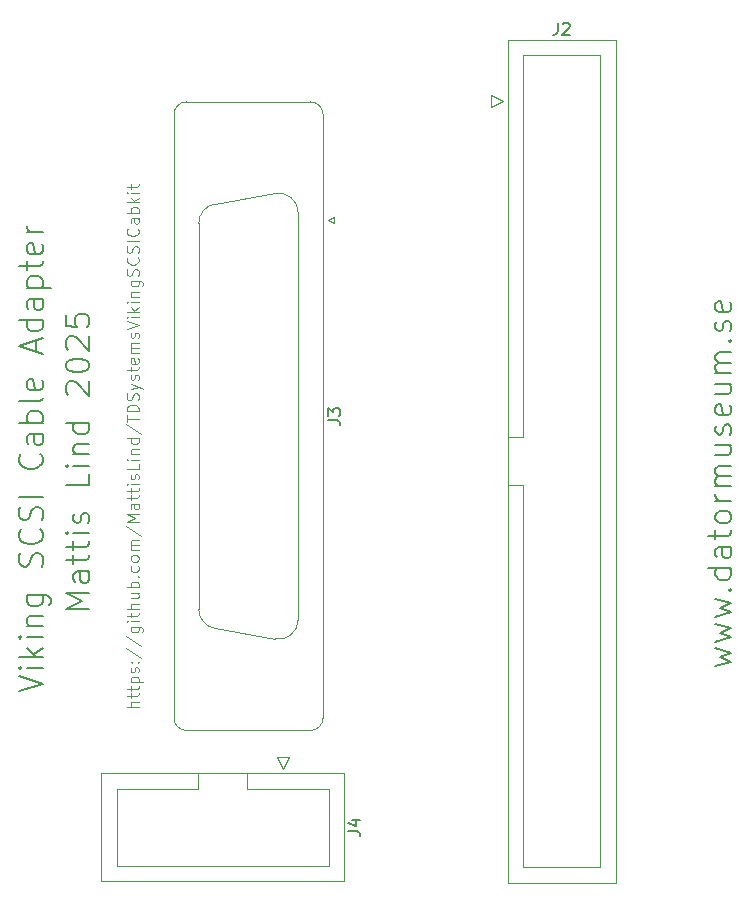
<source format=gbr>
%TF.GenerationSoftware,KiCad,Pcbnew,8.0.8*%
%TF.CreationDate,2025-02-24T20:58:23+01:00*%
%TF.ProjectId,TDSystemsVikingSCSICabkit,54445379-7374-4656-9d73-56696b696e67,rev?*%
%TF.SameCoordinates,Original*%
%TF.FileFunction,Legend,Top*%
%TF.FilePolarity,Positive*%
%FSLAX46Y46*%
G04 Gerber Fmt 4.6, Leading zero omitted, Abs format (unit mm)*
G04 Created by KiCad (PCBNEW 8.0.8) date 2025-02-24 20:58:23*
%MOMM*%
%LPD*%
G01*
G04 APERTURE LIST*
%ADD10C,0.200000*%
%ADD11C,0.100000*%
%ADD12C,0.150000*%
%ADD13C,0.120000*%
G04 APERTURE END LIST*
D10*
X162876504Y-118454707D02*
X164209838Y-118073755D01*
X164209838Y-118073755D02*
X163257457Y-117692802D01*
X163257457Y-117692802D02*
X164209838Y-117311850D01*
X164209838Y-117311850D02*
X162876504Y-116930898D01*
X162876504Y-116359469D02*
X164209838Y-115978517D01*
X164209838Y-115978517D02*
X163257457Y-115597564D01*
X163257457Y-115597564D02*
X164209838Y-115216612D01*
X164209838Y-115216612D02*
X162876504Y-114835660D01*
X162876504Y-114264231D02*
X164209838Y-113883279D01*
X164209838Y-113883279D02*
X163257457Y-113502326D01*
X163257457Y-113502326D02*
X164209838Y-113121374D01*
X164209838Y-113121374D02*
X162876504Y-112740422D01*
X164019361Y-111978517D02*
X164114600Y-111883279D01*
X164114600Y-111883279D02*
X164209838Y-111978517D01*
X164209838Y-111978517D02*
X164114600Y-112073755D01*
X164114600Y-112073755D02*
X164019361Y-111978517D01*
X164019361Y-111978517D02*
X164209838Y-111978517D01*
X164209838Y-110168993D02*
X162209838Y-110168993D01*
X164114600Y-110168993D02*
X164209838Y-110359469D01*
X164209838Y-110359469D02*
X164209838Y-110740422D01*
X164209838Y-110740422D02*
X164114600Y-110930898D01*
X164114600Y-110930898D02*
X164019361Y-111026136D01*
X164019361Y-111026136D02*
X163828885Y-111121374D01*
X163828885Y-111121374D02*
X163257457Y-111121374D01*
X163257457Y-111121374D02*
X163066980Y-111026136D01*
X163066980Y-111026136D02*
X162971742Y-110930898D01*
X162971742Y-110930898D02*
X162876504Y-110740422D01*
X162876504Y-110740422D02*
X162876504Y-110359469D01*
X162876504Y-110359469D02*
X162971742Y-110168993D01*
X164209838Y-108359469D02*
X163162219Y-108359469D01*
X163162219Y-108359469D02*
X162971742Y-108454707D01*
X162971742Y-108454707D02*
X162876504Y-108645183D01*
X162876504Y-108645183D02*
X162876504Y-109026136D01*
X162876504Y-109026136D02*
X162971742Y-109216612D01*
X164114600Y-108359469D02*
X164209838Y-108549945D01*
X164209838Y-108549945D02*
X164209838Y-109026136D01*
X164209838Y-109026136D02*
X164114600Y-109216612D01*
X164114600Y-109216612D02*
X163924123Y-109311850D01*
X163924123Y-109311850D02*
X163733647Y-109311850D01*
X163733647Y-109311850D02*
X163543171Y-109216612D01*
X163543171Y-109216612D02*
X163447933Y-109026136D01*
X163447933Y-109026136D02*
X163447933Y-108549945D01*
X163447933Y-108549945D02*
X163352695Y-108359469D01*
X162876504Y-107692802D02*
X162876504Y-106930898D01*
X162209838Y-107407088D02*
X163924123Y-107407088D01*
X163924123Y-107407088D02*
X164114600Y-107311850D01*
X164114600Y-107311850D02*
X164209838Y-107121374D01*
X164209838Y-107121374D02*
X164209838Y-106930898D01*
X164209838Y-105978517D02*
X164114600Y-106168993D01*
X164114600Y-106168993D02*
X164019361Y-106264231D01*
X164019361Y-106264231D02*
X163828885Y-106359469D01*
X163828885Y-106359469D02*
X163257457Y-106359469D01*
X163257457Y-106359469D02*
X163066980Y-106264231D01*
X163066980Y-106264231D02*
X162971742Y-106168993D01*
X162971742Y-106168993D02*
X162876504Y-105978517D01*
X162876504Y-105978517D02*
X162876504Y-105692802D01*
X162876504Y-105692802D02*
X162971742Y-105502326D01*
X162971742Y-105502326D02*
X163066980Y-105407088D01*
X163066980Y-105407088D02*
X163257457Y-105311850D01*
X163257457Y-105311850D02*
X163828885Y-105311850D01*
X163828885Y-105311850D02*
X164019361Y-105407088D01*
X164019361Y-105407088D02*
X164114600Y-105502326D01*
X164114600Y-105502326D02*
X164209838Y-105692802D01*
X164209838Y-105692802D02*
X164209838Y-105978517D01*
X164209838Y-104454707D02*
X162876504Y-104454707D01*
X163257457Y-104454707D02*
X163066980Y-104359469D01*
X163066980Y-104359469D02*
X162971742Y-104264231D01*
X162971742Y-104264231D02*
X162876504Y-104073755D01*
X162876504Y-104073755D02*
X162876504Y-103883278D01*
X164209838Y-103216612D02*
X162876504Y-103216612D01*
X163066980Y-103216612D02*
X162971742Y-103121374D01*
X162971742Y-103121374D02*
X162876504Y-102930898D01*
X162876504Y-102930898D02*
X162876504Y-102645183D01*
X162876504Y-102645183D02*
X162971742Y-102454707D01*
X162971742Y-102454707D02*
X163162219Y-102359469D01*
X163162219Y-102359469D02*
X164209838Y-102359469D01*
X163162219Y-102359469D02*
X162971742Y-102264231D01*
X162971742Y-102264231D02*
X162876504Y-102073755D01*
X162876504Y-102073755D02*
X162876504Y-101788041D01*
X162876504Y-101788041D02*
X162971742Y-101597564D01*
X162971742Y-101597564D02*
X163162219Y-101502326D01*
X163162219Y-101502326D02*
X164209838Y-101502326D01*
X162876504Y-99692802D02*
X164209838Y-99692802D01*
X162876504Y-100549945D02*
X163924123Y-100549945D01*
X163924123Y-100549945D02*
X164114600Y-100454707D01*
X164114600Y-100454707D02*
X164209838Y-100264231D01*
X164209838Y-100264231D02*
X164209838Y-99978516D01*
X164209838Y-99978516D02*
X164114600Y-99788040D01*
X164114600Y-99788040D02*
X164019361Y-99692802D01*
X164114600Y-98835659D02*
X164209838Y-98645183D01*
X164209838Y-98645183D02*
X164209838Y-98264231D01*
X164209838Y-98264231D02*
X164114600Y-98073754D01*
X164114600Y-98073754D02*
X163924123Y-97978516D01*
X163924123Y-97978516D02*
X163828885Y-97978516D01*
X163828885Y-97978516D02*
X163638409Y-98073754D01*
X163638409Y-98073754D02*
X163543171Y-98264231D01*
X163543171Y-98264231D02*
X163543171Y-98549945D01*
X163543171Y-98549945D02*
X163447933Y-98740421D01*
X163447933Y-98740421D02*
X163257457Y-98835659D01*
X163257457Y-98835659D02*
X163162219Y-98835659D01*
X163162219Y-98835659D02*
X162971742Y-98740421D01*
X162971742Y-98740421D02*
X162876504Y-98549945D01*
X162876504Y-98549945D02*
X162876504Y-98264231D01*
X162876504Y-98264231D02*
X162971742Y-98073754D01*
X164114600Y-96359468D02*
X164209838Y-96549944D01*
X164209838Y-96549944D02*
X164209838Y-96930897D01*
X164209838Y-96930897D02*
X164114600Y-97121373D01*
X164114600Y-97121373D02*
X163924123Y-97216611D01*
X163924123Y-97216611D02*
X163162219Y-97216611D01*
X163162219Y-97216611D02*
X162971742Y-97121373D01*
X162971742Y-97121373D02*
X162876504Y-96930897D01*
X162876504Y-96930897D02*
X162876504Y-96549944D01*
X162876504Y-96549944D02*
X162971742Y-96359468D01*
X162971742Y-96359468D02*
X163162219Y-96264230D01*
X163162219Y-96264230D02*
X163352695Y-96264230D01*
X163352695Y-96264230D02*
X163543171Y-97216611D01*
X162876504Y-94549944D02*
X164209838Y-94549944D01*
X162876504Y-95407087D02*
X163924123Y-95407087D01*
X163924123Y-95407087D02*
X164114600Y-95311849D01*
X164114600Y-95311849D02*
X164209838Y-95121373D01*
X164209838Y-95121373D02*
X164209838Y-94835658D01*
X164209838Y-94835658D02*
X164114600Y-94645182D01*
X164114600Y-94645182D02*
X164019361Y-94549944D01*
X164209838Y-93597563D02*
X162876504Y-93597563D01*
X163066980Y-93597563D02*
X162971742Y-93502325D01*
X162971742Y-93502325D02*
X162876504Y-93311849D01*
X162876504Y-93311849D02*
X162876504Y-93026134D01*
X162876504Y-93026134D02*
X162971742Y-92835658D01*
X162971742Y-92835658D02*
X163162219Y-92740420D01*
X163162219Y-92740420D02*
X164209838Y-92740420D01*
X163162219Y-92740420D02*
X162971742Y-92645182D01*
X162971742Y-92645182D02*
X162876504Y-92454706D01*
X162876504Y-92454706D02*
X162876504Y-92168992D01*
X162876504Y-92168992D02*
X162971742Y-91978515D01*
X162971742Y-91978515D02*
X163162219Y-91883277D01*
X163162219Y-91883277D02*
X164209838Y-91883277D01*
X164019361Y-90930896D02*
X164114600Y-90835658D01*
X164114600Y-90835658D02*
X164209838Y-90930896D01*
X164209838Y-90930896D02*
X164114600Y-91026134D01*
X164114600Y-91026134D02*
X164019361Y-90930896D01*
X164019361Y-90930896D02*
X164209838Y-90930896D01*
X164114600Y-90073753D02*
X164209838Y-89883277D01*
X164209838Y-89883277D02*
X164209838Y-89502325D01*
X164209838Y-89502325D02*
X164114600Y-89311848D01*
X164114600Y-89311848D02*
X163924123Y-89216610D01*
X163924123Y-89216610D02*
X163828885Y-89216610D01*
X163828885Y-89216610D02*
X163638409Y-89311848D01*
X163638409Y-89311848D02*
X163543171Y-89502325D01*
X163543171Y-89502325D02*
X163543171Y-89788039D01*
X163543171Y-89788039D02*
X163447933Y-89978515D01*
X163447933Y-89978515D02*
X163257457Y-90073753D01*
X163257457Y-90073753D02*
X163162219Y-90073753D01*
X163162219Y-90073753D02*
X162971742Y-89978515D01*
X162971742Y-89978515D02*
X162876504Y-89788039D01*
X162876504Y-89788039D02*
X162876504Y-89502325D01*
X162876504Y-89502325D02*
X162971742Y-89311848D01*
X164114600Y-87597562D02*
X164209838Y-87788038D01*
X164209838Y-87788038D02*
X164209838Y-88168991D01*
X164209838Y-88168991D02*
X164114600Y-88359467D01*
X164114600Y-88359467D02*
X163924123Y-88454705D01*
X163924123Y-88454705D02*
X163162219Y-88454705D01*
X163162219Y-88454705D02*
X162971742Y-88359467D01*
X162971742Y-88359467D02*
X162876504Y-88168991D01*
X162876504Y-88168991D02*
X162876504Y-87788038D01*
X162876504Y-87788038D02*
X162971742Y-87597562D01*
X162971742Y-87597562D02*
X163162219Y-87502324D01*
X163162219Y-87502324D02*
X163352695Y-87502324D01*
X163352695Y-87502324D02*
X163543171Y-88454705D01*
D11*
X114045419Y-121870115D02*
X113045419Y-121870115D01*
X114045419Y-121441544D02*
X113521609Y-121441544D01*
X113521609Y-121441544D02*
X113426371Y-121489163D01*
X113426371Y-121489163D02*
X113378752Y-121584401D01*
X113378752Y-121584401D02*
X113378752Y-121727258D01*
X113378752Y-121727258D02*
X113426371Y-121822496D01*
X113426371Y-121822496D02*
X113473990Y-121870115D01*
X113378752Y-121108210D02*
X113378752Y-120727258D01*
X113045419Y-120965353D02*
X113902561Y-120965353D01*
X113902561Y-120965353D02*
X113997800Y-120917734D01*
X113997800Y-120917734D02*
X114045419Y-120822496D01*
X114045419Y-120822496D02*
X114045419Y-120727258D01*
X113378752Y-120536781D02*
X113378752Y-120155829D01*
X113045419Y-120393924D02*
X113902561Y-120393924D01*
X113902561Y-120393924D02*
X113997800Y-120346305D01*
X113997800Y-120346305D02*
X114045419Y-120251067D01*
X114045419Y-120251067D02*
X114045419Y-120155829D01*
X113378752Y-119822495D02*
X114378752Y-119822495D01*
X113426371Y-119822495D02*
X113378752Y-119727257D01*
X113378752Y-119727257D02*
X113378752Y-119536781D01*
X113378752Y-119536781D02*
X113426371Y-119441543D01*
X113426371Y-119441543D02*
X113473990Y-119393924D01*
X113473990Y-119393924D02*
X113569228Y-119346305D01*
X113569228Y-119346305D02*
X113854942Y-119346305D01*
X113854942Y-119346305D02*
X113950180Y-119393924D01*
X113950180Y-119393924D02*
X113997800Y-119441543D01*
X113997800Y-119441543D02*
X114045419Y-119536781D01*
X114045419Y-119536781D02*
X114045419Y-119727257D01*
X114045419Y-119727257D02*
X113997800Y-119822495D01*
X113997800Y-118965352D02*
X114045419Y-118870114D01*
X114045419Y-118870114D02*
X114045419Y-118679638D01*
X114045419Y-118679638D02*
X113997800Y-118584400D01*
X113997800Y-118584400D02*
X113902561Y-118536781D01*
X113902561Y-118536781D02*
X113854942Y-118536781D01*
X113854942Y-118536781D02*
X113759704Y-118584400D01*
X113759704Y-118584400D02*
X113712085Y-118679638D01*
X113712085Y-118679638D02*
X113712085Y-118822495D01*
X113712085Y-118822495D02*
X113664466Y-118917733D01*
X113664466Y-118917733D02*
X113569228Y-118965352D01*
X113569228Y-118965352D02*
X113521609Y-118965352D01*
X113521609Y-118965352D02*
X113426371Y-118917733D01*
X113426371Y-118917733D02*
X113378752Y-118822495D01*
X113378752Y-118822495D02*
X113378752Y-118679638D01*
X113378752Y-118679638D02*
X113426371Y-118584400D01*
X113950180Y-118108209D02*
X113997800Y-118060590D01*
X113997800Y-118060590D02*
X114045419Y-118108209D01*
X114045419Y-118108209D02*
X113997800Y-118155828D01*
X113997800Y-118155828D02*
X113950180Y-118108209D01*
X113950180Y-118108209D02*
X114045419Y-118108209D01*
X113426371Y-118108209D02*
X113473990Y-118060590D01*
X113473990Y-118060590D02*
X113521609Y-118108209D01*
X113521609Y-118108209D02*
X113473990Y-118155828D01*
X113473990Y-118155828D02*
X113426371Y-118108209D01*
X113426371Y-118108209D02*
X113521609Y-118108209D01*
X112997800Y-116917734D02*
X114283514Y-117774876D01*
X112997800Y-115870115D02*
X114283514Y-116727257D01*
X113378752Y-115108210D02*
X114188276Y-115108210D01*
X114188276Y-115108210D02*
X114283514Y-115155829D01*
X114283514Y-115155829D02*
X114331133Y-115203448D01*
X114331133Y-115203448D02*
X114378752Y-115298686D01*
X114378752Y-115298686D02*
X114378752Y-115441543D01*
X114378752Y-115441543D02*
X114331133Y-115536781D01*
X113997800Y-115108210D02*
X114045419Y-115203448D01*
X114045419Y-115203448D02*
X114045419Y-115393924D01*
X114045419Y-115393924D02*
X113997800Y-115489162D01*
X113997800Y-115489162D02*
X113950180Y-115536781D01*
X113950180Y-115536781D02*
X113854942Y-115584400D01*
X113854942Y-115584400D02*
X113569228Y-115584400D01*
X113569228Y-115584400D02*
X113473990Y-115536781D01*
X113473990Y-115536781D02*
X113426371Y-115489162D01*
X113426371Y-115489162D02*
X113378752Y-115393924D01*
X113378752Y-115393924D02*
X113378752Y-115203448D01*
X113378752Y-115203448D02*
X113426371Y-115108210D01*
X114045419Y-114632019D02*
X113378752Y-114632019D01*
X113045419Y-114632019D02*
X113093038Y-114679638D01*
X113093038Y-114679638D02*
X113140657Y-114632019D01*
X113140657Y-114632019D02*
X113093038Y-114584400D01*
X113093038Y-114584400D02*
X113045419Y-114632019D01*
X113045419Y-114632019D02*
X113140657Y-114632019D01*
X113378752Y-114298686D02*
X113378752Y-113917734D01*
X113045419Y-114155829D02*
X113902561Y-114155829D01*
X113902561Y-114155829D02*
X113997800Y-114108210D01*
X113997800Y-114108210D02*
X114045419Y-114012972D01*
X114045419Y-114012972D02*
X114045419Y-113917734D01*
X114045419Y-113584400D02*
X113045419Y-113584400D01*
X114045419Y-113155829D02*
X113521609Y-113155829D01*
X113521609Y-113155829D02*
X113426371Y-113203448D01*
X113426371Y-113203448D02*
X113378752Y-113298686D01*
X113378752Y-113298686D02*
X113378752Y-113441543D01*
X113378752Y-113441543D02*
X113426371Y-113536781D01*
X113426371Y-113536781D02*
X113473990Y-113584400D01*
X113378752Y-112251067D02*
X114045419Y-112251067D01*
X113378752Y-112679638D02*
X113902561Y-112679638D01*
X113902561Y-112679638D02*
X113997800Y-112632019D01*
X113997800Y-112632019D02*
X114045419Y-112536781D01*
X114045419Y-112536781D02*
X114045419Y-112393924D01*
X114045419Y-112393924D02*
X113997800Y-112298686D01*
X113997800Y-112298686D02*
X113950180Y-112251067D01*
X114045419Y-111774876D02*
X113045419Y-111774876D01*
X113426371Y-111774876D02*
X113378752Y-111679638D01*
X113378752Y-111679638D02*
X113378752Y-111489162D01*
X113378752Y-111489162D02*
X113426371Y-111393924D01*
X113426371Y-111393924D02*
X113473990Y-111346305D01*
X113473990Y-111346305D02*
X113569228Y-111298686D01*
X113569228Y-111298686D02*
X113854942Y-111298686D01*
X113854942Y-111298686D02*
X113950180Y-111346305D01*
X113950180Y-111346305D02*
X113997800Y-111393924D01*
X113997800Y-111393924D02*
X114045419Y-111489162D01*
X114045419Y-111489162D02*
X114045419Y-111679638D01*
X114045419Y-111679638D02*
X113997800Y-111774876D01*
X113950180Y-110870114D02*
X113997800Y-110822495D01*
X113997800Y-110822495D02*
X114045419Y-110870114D01*
X114045419Y-110870114D02*
X113997800Y-110917733D01*
X113997800Y-110917733D02*
X113950180Y-110870114D01*
X113950180Y-110870114D02*
X114045419Y-110870114D01*
X113997800Y-109965353D02*
X114045419Y-110060591D01*
X114045419Y-110060591D02*
X114045419Y-110251067D01*
X114045419Y-110251067D02*
X113997800Y-110346305D01*
X113997800Y-110346305D02*
X113950180Y-110393924D01*
X113950180Y-110393924D02*
X113854942Y-110441543D01*
X113854942Y-110441543D02*
X113569228Y-110441543D01*
X113569228Y-110441543D02*
X113473990Y-110393924D01*
X113473990Y-110393924D02*
X113426371Y-110346305D01*
X113426371Y-110346305D02*
X113378752Y-110251067D01*
X113378752Y-110251067D02*
X113378752Y-110060591D01*
X113378752Y-110060591D02*
X113426371Y-109965353D01*
X114045419Y-109393924D02*
X113997800Y-109489162D01*
X113997800Y-109489162D02*
X113950180Y-109536781D01*
X113950180Y-109536781D02*
X113854942Y-109584400D01*
X113854942Y-109584400D02*
X113569228Y-109584400D01*
X113569228Y-109584400D02*
X113473990Y-109536781D01*
X113473990Y-109536781D02*
X113426371Y-109489162D01*
X113426371Y-109489162D02*
X113378752Y-109393924D01*
X113378752Y-109393924D02*
X113378752Y-109251067D01*
X113378752Y-109251067D02*
X113426371Y-109155829D01*
X113426371Y-109155829D02*
X113473990Y-109108210D01*
X113473990Y-109108210D02*
X113569228Y-109060591D01*
X113569228Y-109060591D02*
X113854942Y-109060591D01*
X113854942Y-109060591D02*
X113950180Y-109108210D01*
X113950180Y-109108210D02*
X113997800Y-109155829D01*
X113997800Y-109155829D02*
X114045419Y-109251067D01*
X114045419Y-109251067D02*
X114045419Y-109393924D01*
X114045419Y-108632019D02*
X113378752Y-108632019D01*
X113473990Y-108632019D02*
X113426371Y-108584400D01*
X113426371Y-108584400D02*
X113378752Y-108489162D01*
X113378752Y-108489162D02*
X113378752Y-108346305D01*
X113378752Y-108346305D02*
X113426371Y-108251067D01*
X113426371Y-108251067D02*
X113521609Y-108203448D01*
X113521609Y-108203448D02*
X114045419Y-108203448D01*
X113521609Y-108203448D02*
X113426371Y-108155829D01*
X113426371Y-108155829D02*
X113378752Y-108060591D01*
X113378752Y-108060591D02*
X113378752Y-107917734D01*
X113378752Y-107917734D02*
X113426371Y-107822495D01*
X113426371Y-107822495D02*
X113521609Y-107774876D01*
X113521609Y-107774876D02*
X114045419Y-107774876D01*
X112997800Y-106584401D02*
X114283514Y-107441543D01*
X114045419Y-106251067D02*
X113045419Y-106251067D01*
X113045419Y-106251067D02*
X113759704Y-105917734D01*
X113759704Y-105917734D02*
X113045419Y-105584401D01*
X113045419Y-105584401D02*
X114045419Y-105584401D01*
X114045419Y-104679639D02*
X113521609Y-104679639D01*
X113521609Y-104679639D02*
X113426371Y-104727258D01*
X113426371Y-104727258D02*
X113378752Y-104822496D01*
X113378752Y-104822496D02*
X113378752Y-105012972D01*
X113378752Y-105012972D02*
X113426371Y-105108210D01*
X113997800Y-104679639D02*
X114045419Y-104774877D01*
X114045419Y-104774877D02*
X114045419Y-105012972D01*
X114045419Y-105012972D02*
X113997800Y-105108210D01*
X113997800Y-105108210D02*
X113902561Y-105155829D01*
X113902561Y-105155829D02*
X113807323Y-105155829D01*
X113807323Y-105155829D02*
X113712085Y-105108210D01*
X113712085Y-105108210D02*
X113664466Y-105012972D01*
X113664466Y-105012972D02*
X113664466Y-104774877D01*
X113664466Y-104774877D02*
X113616847Y-104679639D01*
X113378752Y-104346305D02*
X113378752Y-103965353D01*
X113045419Y-104203448D02*
X113902561Y-104203448D01*
X113902561Y-104203448D02*
X113997800Y-104155829D01*
X113997800Y-104155829D02*
X114045419Y-104060591D01*
X114045419Y-104060591D02*
X114045419Y-103965353D01*
X113378752Y-103774876D02*
X113378752Y-103393924D01*
X113045419Y-103632019D02*
X113902561Y-103632019D01*
X113902561Y-103632019D02*
X113997800Y-103584400D01*
X113997800Y-103584400D02*
X114045419Y-103489162D01*
X114045419Y-103489162D02*
X114045419Y-103393924D01*
X114045419Y-103060590D02*
X113378752Y-103060590D01*
X113045419Y-103060590D02*
X113093038Y-103108209D01*
X113093038Y-103108209D02*
X113140657Y-103060590D01*
X113140657Y-103060590D02*
X113093038Y-103012971D01*
X113093038Y-103012971D02*
X113045419Y-103060590D01*
X113045419Y-103060590D02*
X113140657Y-103060590D01*
X113997800Y-102632019D02*
X114045419Y-102536781D01*
X114045419Y-102536781D02*
X114045419Y-102346305D01*
X114045419Y-102346305D02*
X113997800Y-102251067D01*
X113997800Y-102251067D02*
X113902561Y-102203448D01*
X113902561Y-102203448D02*
X113854942Y-102203448D01*
X113854942Y-102203448D02*
X113759704Y-102251067D01*
X113759704Y-102251067D02*
X113712085Y-102346305D01*
X113712085Y-102346305D02*
X113712085Y-102489162D01*
X113712085Y-102489162D02*
X113664466Y-102584400D01*
X113664466Y-102584400D02*
X113569228Y-102632019D01*
X113569228Y-102632019D02*
X113521609Y-102632019D01*
X113521609Y-102632019D02*
X113426371Y-102584400D01*
X113426371Y-102584400D02*
X113378752Y-102489162D01*
X113378752Y-102489162D02*
X113378752Y-102346305D01*
X113378752Y-102346305D02*
X113426371Y-102251067D01*
X114045419Y-101298686D02*
X114045419Y-101774876D01*
X114045419Y-101774876D02*
X113045419Y-101774876D01*
X114045419Y-100965352D02*
X113378752Y-100965352D01*
X113045419Y-100965352D02*
X113093038Y-101012971D01*
X113093038Y-101012971D02*
X113140657Y-100965352D01*
X113140657Y-100965352D02*
X113093038Y-100917733D01*
X113093038Y-100917733D02*
X113045419Y-100965352D01*
X113045419Y-100965352D02*
X113140657Y-100965352D01*
X113378752Y-100489162D02*
X114045419Y-100489162D01*
X113473990Y-100489162D02*
X113426371Y-100441543D01*
X113426371Y-100441543D02*
X113378752Y-100346305D01*
X113378752Y-100346305D02*
X113378752Y-100203448D01*
X113378752Y-100203448D02*
X113426371Y-100108210D01*
X113426371Y-100108210D02*
X113521609Y-100060591D01*
X113521609Y-100060591D02*
X114045419Y-100060591D01*
X114045419Y-99155829D02*
X113045419Y-99155829D01*
X113997800Y-99155829D02*
X114045419Y-99251067D01*
X114045419Y-99251067D02*
X114045419Y-99441543D01*
X114045419Y-99441543D02*
X113997800Y-99536781D01*
X113997800Y-99536781D02*
X113950180Y-99584400D01*
X113950180Y-99584400D02*
X113854942Y-99632019D01*
X113854942Y-99632019D02*
X113569228Y-99632019D01*
X113569228Y-99632019D02*
X113473990Y-99584400D01*
X113473990Y-99584400D02*
X113426371Y-99536781D01*
X113426371Y-99536781D02*
X113378752Y-99441543D01*
X113378752Y-99441543D02*
X113378752Y-99251067D01*
X113378752Y-99251067D02*
X113426371Y-99155829D01*
X112997800Y-97965353D02*
X114283514Y-98822495D01*
X113045419Y-97774876D02*
X113045419Y-97203448D01*
X114045419Y-97489162D02*
X113045419Y-97489162D01*
X114045419Y-96870114D02*
X113045419Y-96870114D01*
X113045419Y-96870114D02*
X113045419Y-96632019D01*
X113045419Y-96632019D02*
X113093038Y-96489162D01*
X113093038Y-96489162D02*
X113188276Y-96393924D01*
X113188276Y-96393924D02*
X113283514Y-96346305D01*
X113283514Y-96346305D02*
X113473990Y-96298686D01*
X113473990Y-96298686D02*
X113616847Y-96298686D01*
X113616847Y-96298686D02*
X113807323Y-96346305D01*
X113807323Y-96346305D02*
X113902561Y-96393924D01*
X113902561Y-96393924D02*
X113997800Y-96489162D01*
X113997800Y-96489162D02*
X114045419Y-96632019D01*
X114045419Y-96632019D02*
X114045419Y-96870114D01*
X113997800Y-95917733D02*
X114045419Y-95774876D01*
X114045419Y-95774876D02*
X114045419Y-95536781D01*
X114045419Y-95536781D02*
X113997800Y-95441543D01*
X113997800Y-95441543D02*
X113950180Y-95393924D01*
X113950180Y-95393924D02*
X113854942Y-95346305D01*
X113854942Y-95346305D02*
X113759704Y-95346305D01*
X113759704Y-95346305D02*
X113664466Y-95393924D01*
X113664466Y-95393924D02*
X113616847Y-95441543D01*
X113616847Y-95441543D02*
X113569228Y-95536781D01*
X113569228Y-95536781D02*
X113521609Y-95727257D01*
X113521609Y-95727257D02*
X113473990Y-95822495D01*
X113473990Y-95822495D02*
X113426371Y-95870114D01*
X113426371Y-95870114D02*
X113331133Y-95917733D01*
X113331133Y-95917733D02*
X113235895Y-95917733D01*
X113235895Y-95917733D02*
X113140657Y-95870114D01*
X113140657Y-95870114D02*
X113093038Y-95822495D01*
X113093038Y-95822495D02*
X113045419Y-95727257D01*
X113045419Y-95727257D02*
X113045419Y-95489162D01*
X113045419Y-95489162D02*
X113093038Y-95346305D01*
X113378752Y-95012971D02*
X114045419Y-94774876D01*
X113378752Y-94536781D02*
X114045419Y-94774876D01*
X114045419Y-94774876D02*
X114283514Y-94870114D01*
X114283514Y-94870114D02*
X114331133Y-94917733D01*
X114331133Y-94917733D02*
X114378752Y-95012971D01*
X113997800Y-94203447D02*
X114045419Y-94108209D01*
X114045419Y-94108209D02*
X114045419Y-93917733D01*
X114045419Y-93917733D02*
X113997800Y-93822495D01*
X113997800Y-93822495D02*
X113902561Y-93774876D01*
X113902561Y-93774876D02*
X113854942Y-93774876D01*
X113854942Y-93774876D02*
X113759704Y-93822495D01*
X113759704Y-93822495D02*
X113712085Y-93917733D01*
X113712085Y-93917733D02*
X113712085Y-94060590D01*
X113712085Y-94060590D02*
X113664466Y-94155828D01*
X113664466Y-94155828D02*
X113569228Y-94203447D01*
X113569228Y-94203447D02*
X113521609Y-94203447D01*
X113521609Y-94203447D02*
X113426371Y-94155828D01*
X113426371Y-94155828D02*
X113378752Y-94060590D01*
X113378752Y-94060590D02*
X113378752Y-93917733D01*
X113378752Y-93917733D02*
X113426371Y-93822495D01*
X113378752Y-93489161D02*
X113378752Y-93108209D01*
X113045419Y-93346304D02*
X113902561Y-93346304D01*
X113902561Y-93346304D02*
X113997800Y-93298685D01*
X113997800Y-93298685D02*
X114045419Y-93203447D01*
X114045419Y-93203447D02*
X114045419Y-93108209D01*
X113997800Y-92393923D02*
X114045419Y-92489161D01*
X114045419Y-92489161D02*
X114045419Y-92679637D01*
X114045419Y-92679637D02*
X113997800Y-92774875D01*
X113997800Y-92774875D02*
X113902561Y-92822494D01*
X113902561Y-92822494D02*
X113521609Y-92822494D01*
X113521609Y-92822494D02*
X113426371Y-92774875D01*
X113426371Y-92774875D02*
X113378752Y-92679637D01*
X113378752Y-92679637D02*
X113378752Y-92489161D01*
X113378752Y-92489161D02*
X113426371Y-92393923D01*
X113426371Y-92393923D02*
X113521609Y-92346304D01*
X113521609Y-92346304D02*
X113616847Y-92346304D01*
X113616847Y-92346304D02*
X113712085Y-92822494D01*
X114045419Y-91917732D02*
X113378752Y-91917732D01*
X113473990Y-91917732D02*
X113426371Y-91870113D01*
X113426371Y-91870113D02*
X113378752Y-91774875D01*
X113378752Y-91774875D02*
X113378752Y-91632018D01*
X113378752Y-91632018D02*
X113426371Y-91536780D01*
X113426371Y-91536780D02*
X113521609Y-91489161D01*
X113521609Y-91489161D02*
X114045419Y-91489161D01*
X113521609Y-91489161D02*
X113426371Y-91441542D01*
X113426371Y-91441542D02*
X113378752Y-91346304D01*
X113378752Y-91346304D02*
X113378752Y-91203447D01*
X113378752Y-91203447D02*
X113426371Y-91108208D01*
X113426371Y-91108208D02*
X113521609Y-91060589D01*
X113521609Y-91060589D02*
X114045419Y-91060589D01*
X113997800Y-90632018D02*
X114045419Y-90536780D01*
X114045419Y-90536780D02*
X114045419Y-90346304D01*
X114045419Y-90346304D02*
X113997800Y-90251066D01*
X113997800Y-90251066D02*
X113902561Y-90203447D01*
X113902561Y-90203447D02*
X113854942Y-90203447D01*
X113854942Y-90203447D02*
X113759704Y-90251066D01*
X113759704Y-90251066D02*
X113712085Y-90346304D01*
X113712085Y-90346304D02*
X113712085Y-90489161D01*
X113712085Y-90489161D02*
X113664466Y-90584399D01*
X113664466Y-90584399D02*
X113569228Y-90632018D01*
X113569228Y-90632018D02*
X113521609Y-90632018D01*
X113521609Y-90632018D02*
X113426371Y-90584399D01*
X113426371Y-90584399D02*
X113378752Y-90489161D01*
X113378752Y-90489161D02*
X113378752Y-90346304D01*
X113378752Y-90346304D02*
X113426371Y-90251066D01*
X113045419Y-89917732D02*
X114045419Y-89584399D01*
X114045419Y-89584399D02*
X113045419Y-89251066D01*
X114045419Y-88917732D02*
X113378752Y-88917732D01*
X113045419Y-88917732D02*
X113093038Y-88965351D01*
X113093038Y-88965351D02*
X113140657Y-88917732D01*
X113140657Y-88917732D02*
X113093038Y-88870113D01*
X113093038Y-88870113D02*
X113045419Y-88917732D01*
X113045419Y-88917732D02*
X113140657Y-88917732D01*
X114045419Y-88441542D02*
X113045419Y-88441542D01*
X113664466Y-88346304D02*
X114045419Y-88060590D01*
X113378752Y-88060590D02*
X113759704Y-88441542D01*
X114045419Y-87632018D02*
X113378752Y-87632018D01*
X113045419Y-87632018D02*
X113093038Y-87679637D01*
X113093038Y-87679637D02*
X113140657Y-87632018D01*
X113140657Y-87632018D02*
X113093038Y-87584399D01*
X113093038Y-87584399D02*
X113045419Y-87632018D01*
X113045419Y-87632018D02*
X113140657Y-87632018D01*
X113378752Y-87155828D02*
X114045419Y-87155828D01*
X113473990Y-87155828D02*
X113426371Y-87108209D01*
X113426371Y-87108209D02*
X113378752Y-87012971D01*
X113378752Y-87012971D02*
X113378752Y-86870114D01*
X113378752Y-86870114D02*
X113426371Y-86774876D01*
X113426371Y-86774876D02*
X113521609Y-86727257D01*
X113521609Y-86727257D02*
X114045419Y-86727257D01*
X113378752Y-85822495D02*
X114188276Y-85822495D01*
X114188276Y-85822495D02*
X114283514Y-85870114D01*
X114283514Y-85870114D02*
X114331133Y-85917733D01*
X114331133Y-85917733D02*
X114378752Y-86012971D01*
X114378752Y-86012971D02*
X114378752Y-86155828D01*
X114378752Y-86155828D02*
X114331133Y-86251066D01*
X113997800Y-85822495D02*
X114045419Y-85917733D01*
X114045419Y-85917733D02*
X114045419Y-86108209D01*
X114045419Y-86108209D02*
X113997800Y-86203447D01*
X113997800Y-86203447D02*
X113950180Y-86251066D01*
X113950180Y-86251066D02*
X113854942Y-86298685D01*
X113854942Y-86298685D02*
X113569228Y-86298685D01*
X113569228Y-86298685D02*
X113473990Y-86251066D01*
X113473990Y-86251066D02*
X113426371Y-86203447D01*
X113426371Y-86203447D02*
X113378752Y-86108209D01*
X113378752Y-86108209D02*
X113378752Y-85917733D01*
X113378752Y-85917733D02*
X113426371Y-85822495D01*
X113997800Y-85393923D02*
X114045419Y-85251066D01*
X114045419Y-85251066D02*
X114045419Y-85012971D01*
X114045419Y-85012971D02*
X113997800Y-84917733D01*
X113997800Y-84917733D02*
X113950180Y-84870114D01*
X113950180Y-84870114D02*
X113854942Y-84822495D01*
X113854942Y-84822495D02*
X113759704Y-84822495D01*
X113759704Y-84822495D02*
X113664466Y-84870114D01*
X113664466Y-84870114D02*
X113616847Y-84917733D01*
X113616847Y-84917733D02*
X113569228Y-85012971D01*
X113569228Y-85012971D02*
X113521609Y-85203447D01*
X113521609Y-85203447D02*
X113473990Y-85298685D01*
X113473990Y-85298685D02*
X113426371Y-85346304D01*
X113426371Y-85346304D02*
X113331133Y-85393923D01*
X113331133Y-85393923D02*
X113235895Y-85393923D01*
X113235895Y-85393923D02*
X113140657Y-85346304D01*
X113140657Y-85346304D02*
X113093038Y-85298685D01*
X113093038Y-85298685D02*
X113045419Y-85203447D01*
X113045419Y-85203447D02*
X113045419Y-84965352D01*
X113045419Y-84965352D02*
X113093038Y-84822495D01*
X113950180Y-83822495D02*
X113997800Y-83870114D01*
X113997800Y-83870114D02*
X114045419Y-84012971D01*
X114045419Y-84012971D02*
X114045419Y-84108209D01*
X114045419Y-84108209D02*
X113997800Y-84251066D01*
X113997800Y-84251066D02*
X113902561Y-84346304D01*
X113902561Y-84346304D02*
X113807323Y-84393923D01*
X113807323Y-84393923D02*
X113616847Y-84441542D01*
X113616847Y-84441542D02*
X113473990Y-84441542D01*
X113473990Y-84441542D02*
X113283514Y-84393923D01*
X113283514Y-84393923D02*
X113188276Y-84346304D01*
X113188276Y-84346304D02*
X113093038Y-84251066D01*
X113093038Y-84251066D02*
X113045419Y-84108209D01*
X113045419Y-84108209D02*
X113045419Y-84012971D01*
X113045419Y-84012971D02*
X113093038Y-83870114D01*
X113093038Y-83870114D02*
X113140657Y-83822495D01*
X113997800Y-83441542D02*
X114045419Y-83298685D01*
X114045419Y-83298685D02*
X114045419Y-83060590D01*
X114045419Y-83060590D02*
X113997800Y-82965352D01*
X113997800Y-82965352D02*
X113950180Y-82917733D01*
X113950180Y-82917733D02*
X113854942Y-82870114D01*
X113854942Y-82870114D02*
X113759704Y-82870114D01*
X113759704Y-82870114D02*
X113664466Y-82917733D01*
X113664466Y-82917733D02*
X113616847Y-82965352D01*
X113616847Y-82965352D02*
X113569228Y-83060590D01*
X113569228Y-83060590D02*
X113521609Y-83251066D01*
X113521609Y-83251066D02*
X113473990Y-83346304D01*
X113473990Y-83346304D02*
X113426371Y-83393923D01*
X113426371Y-83393923D02*
X113331133Y-83441542D01*
X113331133Y-83441542D02*
X113235895Y-83441542D01*
X113235895Y-83441542D02*
X113140657Y-83393923D01*
X113140657Y-83393923D02*
X113093038Y-83346304D01*
X113093038Y-83346304D02*
X113045419Y-83251066D01*
X113045419Y-83251066D02*
X113045419Y-83012971D01*
X113045419Y-83012971D02*
X113093038Y-82870114D01*
X114045419Y-82441542D02*
X113045419Y-82441542D01*
X113950180Y-81393924D02*
X113997800Y-81441543D01*
X113997800Y-81441543D02*
X114045419Y-81584400D01*
X114045419Y-81584400D02*
X114045419Y-81679638D01*
X114045419Y-81679638D02*
X113997800Y-81822495D01*
X113997800Y-81822495D02*
X113902561Y-81917733D01*
X113902561Y-81917733D02*
X113807323Y-81965352D01*
X113807323Y-81965352D02*
X113616847Y-82012971D01*
X113616847Y-82012971D02*
X113473990Y-82012971D01*
X113473990Y-82012971D02*
X113283514Y-81965352D01*
X113283514Y-81965352D02*
X113188276Y-81917733D01*
X113188276Y-81917733D02*
X113093038Y-81822495D01*
X113093038Y-81822495D02*
X113045419Y-81679638D01*
X113045419Y-81679638D02*
X113045419Y-81584400D01*
X113045419Y-81584400D02*
X113093038Y-81441543D01*
X113093038Y-81441543D02*
X113140657Y-81393924D01*
X114045419Y-80536781D02*
X113521609Y-80536781D01*
X113521609Y-80536781D02*
X113426371Y-80584400D01*
X113426371Y-80584400D02*
X113378752Y-80679638D01*
X113378752Y-80679638D02*
X113378752Y-80870114D01*
X113378752Y-80870114D02*
X113426371Y-80965352D01*
X113997800Y-80536781D02*
X114045419Y-80632019D01*
X114045419Y-80632019D02*
X114045419Y-80870114D01*
X114045419Y-80870114D02*
X113997800Y-80965352D01*
X113997800Y-80965352D02*
X113902561Y-81012971D01*
X113902561Y-81012971D02*
X113807323Y-81012971D01*
X113807323Y-81012971D02*
X113712085Y-80965352D01*
X113712085Y-80965352D02*
X113664466Y-80870114D01*
X113664466Y-80870114D02*
X113664466Y-80632019D01*
X113664466Y-80632019D02*
X113616847Y-80536781D01*
X114045419Y-80060590D02*
X113045419Y-80060590D01*
X113426371Y-80060590D02*
X113378752Y-79965352D01*
X113378752Y-79965352D02*
X113378752Y-79774876D01*
X113378752Y-79774876D02*
X113426371Y-79679638D01*
X113426371Y-79679638D02*
X113473990Y-79632019D01*
X113473990Y-79632019D02*
X113569228Y-79584400D01*
X113569228Y-79584400D02*
X113854942Y-79584400D01*
X113854942Y-79584400D02*
X113950180Y-79632019D01*
X113950180Y-79632019D02*
X113997800Y-79679638D01*
X113997800Y-79679638D02*
X114045419Y-79774876D01*
X114045419Y-79774876D02*
X114045419Y-79965352D01*
X114045419Y-79965352D02*
X113997800Y-80060590D01*
X114045419Y-79155828D02*
X113045419Y-79155828D01*
X113664466Y-79060590D02*
X114045419Y-78774876D01*
X113378752Y-78774876D02*
X113759704Y-79155828D01*
X114045419Y-78346304D02*
X113378752Y-78346304D01*
X113045419Y-78346304D02*
X113093038Y-78393923D01*
X113093038Y-78393923D02*
X113140657Y-78346304D01*
X113140657Y-78346304D02*
X113093038Y-78298685D01*
X113093038Y-78298685D02*
X113045419Y-78346304D01*
X113045419Y-78346304D02*
X113140657Y-78346304D01*
X113378752Y-78012971D02*
X113378752Y-77632019D01*
X113045419Y-77870114D02*
X113902561Y-77870114D01*
X113902561Y-77870114D02*
X113997800Y-77822495D01*
X113997800Y-77822495D02*
X114045419Y-77727257D01*
X114045419Y-77727257D02*
X114045419Y-77632019D01*
D10*
X109853838Y-113565231D02*
X107853838Y-113565231D01*
X107853838Y-113565231D02*
X109282409Y-112898564D01*
X109282409Y-112898564D02*
X107853838Y-112231898D01*
X107853838Y-112231898D02*
X109853838Y-112231898D01*
X109853838Y-110422374D02*
X108806219Y-110422374D01*
X108806219Y-110422374D02*
X108615742Y-110517612D01*
X108615742Y-110517612D02*
X108520504Y-110708088D01*
X108520504Y-110708088D02*
X108520504Y-111089041D01*
X108520504Y-111089041D02*
X108615742Y-111279517D01*
X109758600Y-110422374D02*
X109853838Y-110612850D01*
X109853838Y-110612850D02*
X109853838Y-111089041D01*
X109853838Y-111089041D02*
X109758600Y-111279517D01*
X109758600Y-111279517D02*
X109568123Y-111374755D01*
X109568123Y-111374755D02*
X109377647Y-111374755D01*
X109377647Y-111374755D02*
X109187171Y-111279517D01*
X109187171Y-111279517D02*
X109091933Y-111089041D01*
X109091933Y-111089041D02*
X109091933Y-110612850D01*
X109091933Y-110612850D02*
X108996695Y-110422374D01*
X108520504Y-109755707D02*
X108520504Y-108993803D01*
X107853838Y-109469993D02*
X109568123Y-109469993D01*
X109568123Y-109469993D02*
X109758600Y-109374755D01*
X109758600Y-109374755D02*
X109853838Y-109184279D01*
X109853838Y-109184279D02*
X109853838Y-108993803D01*
X108520504Y-108612850D02*
X108520504Y-107850946D01*
X107853838Y-108327136D02*
X109568123Y-108327136D01*
X109568123Y-108327136D02*
X109758600Y-108231898D01*
X109758600Y-108231898D02*
X109853838Y-108041422D01*
X109853838Y-108041422D02*
X109853838Y-107850946D01*
X109853838Y-107184279D02*
X108520504Y-107184279D01*
X107853838Y-107184279D02*
X107949076Y-107279517D01*
X107949076Y-107279517D02*
X108044314Y-107184279D01*
X108044314Y-107184279D02*
X107949076Y-107089041D01*
X107949076Y-107089041D02*
X107853838Y-107184279D01*
X107853838Y-107184279D02*
X108044314Y-107184279D01*
X109758600Y-106327136D02*
X109853838Y-106136660D01*
X109853838Y-106136660D02*
X109853838Y-105755708D01*
X109853838Y-105755708D02*
X109758600Y-105565231D01*
X109758600Y-105565231D02*
X109568123Y-105469993D01*
X109568123Y-105469993D02*
X109472885Y-105469993D01*
X109472885Y-105469993D02*
X109282409Y-105565231D01*
X109282409Y-105565231D02*
X109187171Y-105755708D01*
X109187171Y-105755708D02*
X109187171Y-106041422D01*
X109187171Y-106041422D02*
X109091933Y-106231898D01*
X109091933Y-106231898D02*
X108901457Y-106327136D01*
X108901457Y-106327136D02*
X108806219Y-106327136D01*
X108806219Y-106327136D02*
X108615742Y-106231898D01*
X108615742Y-106231898D02*
X108520504Y-106041422D01*
X108520504Y-106041422D02*
X108520504Y-105755708D01*
X108520504Y-105755708D02*
X108615742Y-105565231D01*
X109853838Y-102136659D02*
X109853838Y-103089040D01*
X109853838Y-103089040D02*
X107853838Y-103089040D01*
X109853838Y-101469992D02*
X108520504Y-101469992D01*
X107853838Y-101469992D02*
X107949076Y-101565230D01*
X107949076Y-101565230D02*
X108044314Y-101469992D01*
X108044314Y-101469992D02*
X107949076Y-101374754D01*
X107949076Y-101374754D02*
X107853838Y-101469992D01*
X107853838Y-101469992D02*
X108044314Y-101469992D01*
X108520504Y-100517611D02*
X109853838Y-100517611D01*
X108710980Y-100517611D02*
X108615742Y-100422373D01*
X108615742Y-100422373D02*
X108520504Y-100231897D01*
X108520504Y-100231897D02*
X108520504Y-99946182D01*
X108520504Y-99946182D02*
X108615742Y-99755706D01*
X108615742Y-99755706D02*
X108806219Y-99660468D01*
X108806219Y-99660468D02*
X109853838Y-99660468D01*
X109853838Y-97850944D02*
X107853838Y-97850944D01*
X109758600Y-97850944D02*
X109853838Y-98041420D01*
X109853838Y-98041420D02*
X109853838Y-98422373D01*
X109853838Y-98422373D02*
X109758600Y-98612849D01*
X109758600Y-98612849D02*
X109663361Y-98708087D01*
X109663361Y-98708087D02*
X109472885Y-98803325D01*
X109472885Y-98803325D02*
X108901457Y-98803325D01*
X108901457Y-98803325D02*
X108710980Y-98708087D01*
X108710980Y-98708087D02*
X108615742Y-98612849D01*
X108615742Y-98612849D02*
X108520504Y-98422373D01*
X108520504Y-98422373D02*
X108520504Y-98041420D01*
X108520504Y-98041420D02*
X108615742Y-97850944D01*
X108044314Y-95469991D02*
X107949076Y-95374753D01*
X107949076Y-95374753D02*
X107853838Y-95184277D01*
X107853838Y-95184277D02*
X107853838Y-94708086D01*
X107853838Y-94708086D02*
X107949076Y-94517610D01*
X107949076Y-94517610D02*
X108044314Y-94422372D01*
X108044314Y-94422372D02*
X108234790Y-94327134D01*
X108234790Y-94327134D02*
X108425266Y-94327134D01*
X108425266Y-94327134D02*
X108710980Y-94422372D01*
X108710980Y-94422372D02*
X109853838Y-95565229D01*
X109853838Y-95565229D02*
X109853838Y-94327134D01*
X107853838Y-93089039D02*
X107853838Y-92898562D01*
X107853838Y-92898562D02*
X107949076Y-92708086D01*
X107949076Y-92708086D02*
X108044314Y-92612848D01*
X108044314Y-92612848D02*
X108234790Y-92517610D01*
X108234790Y-92517610D02*
X108615742Y-92422372D01*
X108615742Y-92422372D02*
X109091933Y-92422372D01*
X109091933Y-92422372D02*
X109472885Y-92517610D01*
X109472885Y-92517610D02*
X109663361Y-92612848D01*
X109663361Y-92612848D02*
X109758600Y-92708086D01*
X109758600Y-92708086D02*
X109853838Y-92898562D01*
X109853838Y-92898562D02*
X109853838Y-93089039D01*
X109853838Y-93089039D02*
X109758600Y-93279515D01*
X109758600Y-93279515D02*
X109663361Y-93374753D01*
X109663361Y-93374753D02*
X109472885Y-93469991D01*
X109472885Y-93469991D02*
X109091933Y-93565229D01*
X109091933Y-93565229D02*
X108615742Y-93565229D01*
X108615742Y-93565229D02*
X108234790Y-93469991D01*
X108234790Y-93469991D02*
X108044314Y-93374753D01*
X108044314Y-93374753D02*
X107949076Y-93279515D01*
X107949076Y-93279515D02*
X107853838Y-93089039D01*
X108044314Y-91660467D02*
X107949076Y-91565229D01*
X107949076Y-91565229D02*
X107853838Y-91374753D01*
X107853838Y-91374753D02*
X107853838Y-90898562D01*
X107853838Y-90898562D02*
X107949076Y-90708086D01*
X107949076Y-90708086D02*
X108044314Y-90612848D01*
X108044314Y-90612848D02*
X108234790Y-90517610D01*
X108234790Y-90517610D02*
X108425266Y-90517610D01*
X108425266Y-90517610D02*
X108710980Y-90612848D01*
X108710980Y-90612848D02*
X109853838Y-91755705D01*
X109853838Y-91755705D02*
X109853838Y-90517610D01*
X107853838Y-88708086D02*
X107853838Y-89660467D01*
X107853838Y-89660467D02*
X108806219Y-89755705D01*
X108806219Y-89755705D02*
X108710980Y-89660467D01*
X108710980Y-89660467D02*
X108615742Y-89469991D01*
X108615742Y-89469991D02*
X108615742Y-88993800D01*
X108615742Y-88993800D02*
X108710980Y-88803324D01*
X108710980Y-88803324D02*
X108806219Y-88708086D01*
X108806219Y-88708086D02*
X108996695Y-88612848D01*
X108996695Y-88612848D02*
X109472885Y-88612848D01*
X109472885Y-88612848D02*
X109663361Y-88708086D01*
X109663361Y-88708086D02*
X109758600Y-88803324D01*
X109758600Y-88803324D02*
X109853838Y-88993800D01*
X109853838Y-88993800D02*
X109853838Y-89469991D01*
X109853838Y-89469991D02*
X109758600Y-89660467D01*
X109758600Y-89660467D02*
X109663361Y-89755705D01*
X103916838Y-120581945D02*
X105916838Y-119915279D01*
X105916838Y-119915279D02*
X103916838Y-119248612D01*
X105916838Y-118581945D02*
X104583504Y-118581945D01*
X103916838Y-118581945D02*
X104012076Y-118677183D01*
X104012076Y-118677183D02*
X104107314Y-118581945D01*
X104107314Y-118581945D02*
X104012076Y-118486707D01*
X104012076Y-118486707D02*
X103916838Y-118581945D01*
X103916838Y-118581945D02*
X104107314Y-118581945D01*
X105916838Y-117629564D02*
X103916838Y-117629564D01*
X105154933Y-117439088D02*
X105916838Y-116867659D01*
X104583504Y-116867659D02*
X105345409Y-117629564D01*
X105916838Y-116010516D02*
X104583504Y-116010516D01*
X103916838Y-116010516D02*
X104012076Y-116105754D01*
X104012076Y-116105754D02*
X104107314Y-116010516D01*
X104107314Y-116010516D02*
X104012076Y-115915278D01*
X104012076Y-115915278D02*
X103916838Y-116010516D01*
X103916838Y-116010516D02*
X104107314Y-116010516D01*
X104583504Y-115058135D02*
X105916838Y-115058135D01*
X104773980Y-115058135D02*
X104678742Y-114962897D01*
X104678742Y-114962897D02*
X104583504Y-114772421D01*
X104583504Y-114772421D02*
X104583504Y-114486706D01*
X104583504Y-114486706D02*
X104678742Y-114296230D01*
X104678742Y-114296230D02*
X104869219Y-114200992D01*
X104869219Y-114200992D02*
X105916838Y-114200992D01*
X104583504Y-112391468D02*
X106202552Y-112391468D01*
X106202552Y-112391468D02*
X106393028Y-112486706D01*
X106393028Y-112486706D02*
X106488266Y-112581944D01*
X106488266Y-112581944D02*
X106583504Y-112772421D01*
X106583504Y-112772421D02*
X106583504Y-113058135D01*
X106583504Y-113058135D02*
X106488266Y-113248611D01*
X105821600Y-112391468D02*
X105916838Y-112581944D01*
X105916838Y-112581944D02*
X105916838Y-112962897D01*
X105916838Y-112962897D02*
X105821600Y-113153373D01*
X105821600Y-113153373D02*
X105726361Y-113248611D01*
X105726361Y-113248611D02*
X105535885Y-113343849D01*
X105535885Y-113343849D02*
X104964457Y-113343849D01*
X104964457Y-113343849D02*
X104773980Y-113248611D01*
X104773980Y-113248611D02*
X104678742Y-113153373D01*
X104678742Y-113153373D02*
X104583504Y-112962897D01*
X104583504Y-112962897D02*
X104583504Y-112581944D01*
X104583504Y-112581944D02*
X104678742Y-112391468D01*
X105821600Y-110010515D02*
X105916838Y-109724801D01*
X105916838Y-109724801D02*
X105916838Y-109248610D01*
X105916838Y-109248610D02*
X105821600Y-109058134D01*
X105821600Y-109058134D02*
X105726361Y-108962896D01*
X105726361Y-108962896D02*
X105535885Y-108867658D01*
X105535885Y-108867658D02*
X105345409Y-108867658D01*
X105345409Y-108867658D02*
X105154933Y-108962896D01*
X105154933Y-108962896D02*
X105059695Y-109058134D01*
X105059695Y-109058134D02*
X104964457Y-109248610D01*
X104964457Y-109248610D02*
X104869219Y-109629563D01*
X104869219Y-109629563D02*
X104773980Y-109820039D01*
X104773980Y-109820039D02*
X104678742Y-109915277D01*
X104678742Y-109915277D02*
X104488266Y-110010515D01*
X104488266Y-110010515D02*
X104297790Y-110010515D01*
X104297790Y-110010515D02*
X104107314Y-109915277D01*
X104107314Y-109915277D02*
X104012076Y-109820039D01*
X104012076Y-109820039D02*
X103916838Y-109629563D01*
X103916838Y-109629563D02*
X103916838Y-109153372D01*
X103916838Y-109153372D02*
X104012076Y-108867658D01*
X105726361Y-106867658D02*
X105821600Y-106962896D01*
X105821600Y-106962896D02*
X105916838Y-107248610D01*
X105916838Y-107248610D02*
X105916838Y-107439086D01*
X105916838Y-107439086D02*
X105821600Y-107724801D01*
X105821600Y-107724801D02*
X105631123Y-107915277D01*
X105631123Y-107915277D02*
X105440647Y-108010515D01*
X105440647Y-108010515D02*
X105059695Y-108105753D01*
X105059695Y-108105753D02*
X104773980Y-108105753D01*
X104773980Y-108105753D02*
X104393028Y-108010515D01*
X104393028Y-108010515D02*
X104202552Y-107915277D01*
X104202552Y-107915277D02*
X104012076Y-107724801D01*
X104012076Y-107724801D02*
X103916838Y-107439086D01*
X103916838Y-107439086D02*
X103916838Y-107248610D01*
X103916838Y-107248610D02*
X104012076Y-106962896D01*
X104012076Y-106962896D02*
X104107314Y-106867658D01*
X105821600Y-106105753D02*
X105916838Y-105820039D01*
X105916838Y-105820039D02*
X105916838Y-105343848D01*
X105916838Y-105343848D02*
X105821600Y-105153372D01*
X105821600Y-105153372D02*
X105726361Y-105058134D01*
X105726361Y-105058134D02*
X105535885Y-104962896D01*
X105535885Y-104962896D02*
X105345409Y-104962896D01*
X105345409Y-104962896D02*
X105154933Y-105058134D01*
X105154933Y-105058134D02*
X105059695Y-105153372D01*
X105059695Y-105153372D02*
X104964457Y-105343848D01*
X104964457Y-105343848D02*
X104869219Y-105724801D01*
X104869219Y-105724801D02*
X104773980Y-105915277D01*
X104773980Y-105915277D02*
X104678742Y-106010515D01*
X104678742Y-106010515D02*
X104488266Y-106105753D01*
X104488266Y-106105753D02*
X104297790Y-106105753D01*
X104297790Y-106105753D02*
X104107314Y-106010515D01*
X104107314Y-106010515D02*
X104012076Y-105915277D01*
X104012076Y-105915277D02*
X103916838Y-105724801D01*
X103916838Y-105724801D02*
X103916838Y-105248610D01*
X103916838Y-105248610D02*
X104012076Y-104962896D01*
X105916838Y-104105753D02*
X103916838Y-104105753D01*
X105726361Y-100486705D02*
X105821600Y-100581943D01*
X105821600Y-100581943D02*
X105916838Y-100867657D01*
X105916838Y-100867657D02*
X105916838Y-101058133D01*
X105916838Y-101058133D02*
X105821600Y-101343848D01*
X105821600Y-101343848D02*
X105631123Y-101534324D01*
X105631123Y-101534324D02*
X105440647Y-101629562D01*
X105440647Y-101629562D02*
X105059695Y-101724800D01*
X105059695Y-101724800D02*
X104773980Y-101724800D01*
X104773980Y-101724800D02*
X104393028Y-101629562D01*
X104393028Y-101629562D02*
X104202552Y-101534324D01*
X104202552Y-101534324D02*
X104012076Y-101343848D01*
X104012076Y-101343848D02*
X103916838Y-101058133D01*
X103916838Y-101058133D02*
X103916838Y-100867657D01*
X103916838Y-100867657D02*
X104012076Y-100581943D01*
X104012076Y-100581943D02*
X104107314Y-100486705D01*
X105916838Y-98772419D02*
X104869219Y-98772419D01*
X104869219Y-98772419D02*
X104678742Y-98867657D01*
X104678742Y-98867657D02*
X104583504Y-99058133D01*
X104583504Y-99058133D02*
X104583504Y-99439086D01*
X104583504Y-99439086D02*
X104678742Y-99629562D01*
X105821600Y-98772419D02*
X105916838Y-98962895D01*
X105916838Y-98962895D02*
X105916838Y-99439086D01*
X105916838Y-99439086D02*
X105821600Y-99629562D01*
X105821600Y-99629562D02*
X105631123Y-99724800D01*
X105631123Y-99724800D02*
X105440647Y-99724800D01*
X105440647Y-99724800D02*
X105250171Y-99629562D01*
X105250171Y-99629562D02*
X105154933Y-99439086D01*
X105154933Y-99439086D02*
X105154933Y-98962895D01*
X105154933Y-98962895D02*
X105059695Y-98772419D01*
X105916838Y-97820038D02*
X103916838Y-97820038D01*
X104678742Y-97820038D02*
X104583504Y-97629562D01*
X104583504Y-97629562D02*
X104583504Y-97248609D01*
X104583504Y-97248609D02*
X104678742Y-97058133D01*
X104678742Y-97058133D02*
X104773980Y-96962895D01*
X104773980Y-96962895D02*
X104964457Y-96867657D01*
X104964457Y-96867657D02*
X105535885Y-96867657D01*
X105535885Y-96867657D02*
X105726361Y-96962895D01*
X105726361Y-96962895D02*
X105821600Y-97058133D01*
X105821600Y-97058133D02*
X105916838Y-97248609D01*
X105916838Y-97248609D02*
X105916838Y-97629562D01*
X105916838Y-97629562D02*
X105821600Y-97820038D01*
X105916838Y-95724800D02*
X105821600Y-95915276D01*
X105821600Y-95915276D02*
X105631123Y-96010514D01*
X105631123Y-96010514D02*
X103916838Y-96010514D01*
X105821600Y-94200990D02*
X105916838Y-94391466D01*
X105916838Y-94391466D02*
X105916838Y-94772419D01*
X105916838Y-94772419D02*
X105821600Y-94962895D01*
X105821600Y-94962895D02*
X105631123Y-95058133D01*
X105631123Y-95058133D02*
X104869219Y-95058133D01*
X104869219Y-95058133D02*
X104678742Y-94962895D01*
X104678742Y-94962895D02*
X104583504Y-94772419D01*
X104583504Y-94772419D02*
X104583504Y-94391466D01*
X104583504Y-94391466D02*
X104678742Y-94200990D01*
X104678742Y-94200990D02*
X104869219Y-94105752D01*
X104869219Y-94105752D02*
X105059695Y-94105752D01*
X105059695Y-94105752D02*
X105250171Y-95058133D01*
X105345409Y-91820037D02*
X105345409Y-90867656D01*
X105916838Y-92010513D02*
X103916838Y-91343847D01*
X103916838Y-91343847D02*
X105916838Y-90677180D01*
X105916838Y-89153370D02*
X103916838Y-89153370D01*
X105821600Y-89153370D02*
X105916838Y-89343846D01*
X105916838Y-89343846D02*
X105916838Y-89724799D01*
X105916838Y-89724799D02*
X105821600Y-89915275D01*
X105821600Y-89915275D02*
X105726361Y-90010513D01*
X105726361Y-90010513D02*
X105535885Y-90105751D01*
X105535885Y-90105751D02*
X104964457Y-90105751D01*
X104964457Y-90105751D02*
X104773980Y-90010513D01*
X104773980Y-90010513D02*
X104678742Y-89915275D01*
X104678742Y-89915275D02*
X104583504Y-89724799D01*
X104583504Y-89724799D02*
X104583504Y-89343846D01*
X104583504Y-89343846D02*
X104678742Y-89153370D01*
X105916838Y-87343846D02*
X104869219Y-87343846D01*
X104869219Y-87343846D02*
X104678742Y-87439084D01*
X104678742Y-87439084D02*
X104583504Y-87629560D01*
X104583504Y-87629560D02*
X104583504Y-88010513D01*
X104583504Y-88010513D02*
X104678742Y-88200989D01*
X105821600Y-87343846D02*
X105916838Y-87534322D01*
X105916838Y-87534322D02*
X105916838Y-88010513D01*
X105916838Y-88010513D02*
X105821600Y-88200989D01*
X105821600Y-88200989D02*
X105631123Y-88296227D01*
X105631123Y-88296227D02*
X105440647Y-88296227D01*
X105440647Y-88296227D02*
X105250171Y-88200989D01*
X105250171Y-88200989D02*
X105154933Y-88010513D01*
X105154933Y-88010513D02*
X105154933Y-87534322D01*
X105154933Y-87534322D02*
X105059695Y-87343846D01*
X104583504Y-86391465D02*
X106583504Y-86391465D01*
X104678742Y-86391465D02*
X104583504Y-86200989D01*
X104583504Y-86200989D02*
X104583504Y-85820036D01*
X104583504Y-85820036D02*
X104678742Y-85629560D01*
X104678742Y-85629560D02*
X104773980Y-85534322D01*
X104773980Y-85534322D02*
X104964457Y-85439084D01*
X104964457Y-85439084D02*
X105535885Y-85439084D01*
X105535885Y-85439084D02*
X105726361Y-85534322D01*
X105726361Y-85534322D02*
X105821600Y-85629560D01*
X105821600Y-85629560D02*
X105916838Y-85820036D01*
X105916838Y-85820036D02*
X105916838Y-86200989D01*
X105916838Y-86200989D02*
X105821600Y-86391465D01*
X104583504Y-84867655D02*
X104583504Y-84105751D01*
X103916838Y-84581941D02*
X105631123Y-84581941D01*
X105631123Y-84581941D02*
X105821600Y-84486703D01*
X105821600Y-84486703D02*
X105916838Y-84296227D01*
X105916838Y-84296227D02*
X105916838Y-84105751D01*
X105821600Y-82677179D02*
X105916838Y-82867655D01*
X105916838Y-82867655D02*
X105916838Y-83248608D01*
X105916838Y-83248608D02*
X105821600Y-83439084D01*
X105821600Y-83439084D02*
X105631123Y-83534322D01*
X105631123Y-83534322D02*
X104869219Y-83534322D01*
X104869219Y-83534322D02*
X104678742Y-83439084D01*
X104678742Y-83439084D02*
X104583504Y-83248608D01*
X104583504Y-83248608D02*
X104583504Y-82867655D01*
X104583504Y-82867655D02*
X104678742Y-82677179D01*
X104678742Y-82677179D02*
X104869219Y-82581941D01*
X104869219Y-82581941D02*
X105059695Y-82581941D01*
X105059695Y-82581941D02*
X105250171Y-83534322D01*
X105916838Y-81724798D02*
X104583504Y-81724798D01*
X104964457Y-81724798D02*
X104773980Y-81629560D01*
X104773980Y-81629560D02*
X104678742Y-81534322D01*
X104678742Y-81534322D02*
X104583504Y-81343846D01*
X104583504Y-81343846D02*
X104583504Y-81153369D01*
D12*
X130104819Y-97610333D02*
X130819104Y-97610333D01*
X130819104Y-97610333D02*
X130961961Y-97657952D01*
X130961961Y-97657952D02*
X131057200Y-97753190D01*
X131057200Y-97753190D02*
X131104819Y-97896047D01*
X131104819Y-97896047D02*
X131104819Y-97991285D01*
X130104819Y-97229380D02*
X130104819Y-96610333D01*
X130104819Y-96610333D02*
X130485771Y-96943666D01*
X130485771Y-96943666D02*
X130485771Y-96800809D01*
X130485771Y-96800809D02*
X130533390Y-96705571D01*
X130533390Y-96705571D02*
X130581009Y-96657952D01*
X130581009Y-96657952D02*
X130676247Y-96610333D01*
X130676247Y-96610333D02*
X130914342Y-96610333D01*
X130914342Y-96610333D02*
X131009580Y-96657952D01*
X131009580Y-96657952D02*
X131057200Y-96705571D01*
X131057200Y-96705571D02*
X131104819Y-96800809D01*
X131104819Y-96800809D02*
X131104819Y-97086523D01*
X131104819Y-97086523D02*
X131057200Y-97181761D01*
X131057200Y-97181761D02*
X131009580Y-97229380D01*
X149526666Y-63966819D02*
X149526666Y-64681104D01*
X149526666Y-64681104D02*
X149479047Y-64823961D01*
X149479047Y-64823961D02*
X149383809Y-64919200D01*
X149383809Y-64919200D02*
X149240952Y-64966819D01*
X149240952Y-64966819D02*
X149145714Y-64966819D01*
X149955238Y-64062057D02*
X150002857Y-64014438D01*
X150002857Y-64014438D02*
X150098095Y-63966819D01*
X150098095Y-63966819D02*
X150336190Y-63966819D01*
X150336190Y-63966819D02*
X150431428Y-64014438D01*
X150431428Y-64014438D02*
X150479047Y-64062057D01*
X150479047Y-64062057D02*
X150526666Y-64157295D01*
X150526666Y-64157295D02*
X150526666Y-64252533D01*
X150526666Y-64252533D02*
X150479047Y-64395390D01*
X150479047Y-64395390D02*
X149907619Y-64966819D01*
X149907619Y-64966819D02*
X150526666Y-64966819D01*
X131792819Y-132413333D02*
X132507104Y-132413333D01*
X132507104Y-132413333D02*
X132649961Y-132460952D01*
X132649961Y-132460952D02*
X132745200Y-132556190D01*
X132745200Y-132556190D02*
X132792819Y-132699047D01*
X132792819Y-132699047D02*
X132792819Y-132794285D01*
X132126152Y-131508571D02*
X132792819Y-131508571D01*
X131745200Y-131746666D02*
X132459485Y-131984761D01*
X132459485Y-131984761D02*
X132459485Y-131365714D01*
D13*
%TO.C,J3*%
X118090000Y-70667000D02*
X128590000Y-70667000D01*
X129650000Y-71727000D02*
X129650000Y-122827000D01*
X125601744Y-78410530D02*
X120501744Y-79309798D01*
X127550000Y-80045311D02*
X127550000Y-114508689D01*
X130544338Y-80407000D02*
X130544338Y-80907000D01*
X130111325Y-80657000D02*
X130544338Y-80407000D01*
X130544338Y-80907000D02*
X130111325Y-80657000D01*
X119130000Y-80944579D02*
X119130000Y-113609421D01*
X125601744Y-116143470D02*
X120501744Y-115244202D01*
X117030000Y-122827000D02*
X117030000Y-71727000D01*
X128590000Y-123887000D02*
X118090000Y-123887000D01*
X128590000Y-70667000D02*
G75*
G02*
X129650000Y-71727000I-1J-1060001D01*
G01*
X117030000Y-71727000D02*
G75*
G02*
X118090000Y-70667000I1060001J-1D01*
G01*
X125601744Y-78410530D02*
G75*
G02*
X127550000Y-80045311I288256J-1634781D01*
G01*
X119130000Y-80944579D02*
G75*
G02*
X120501744Y-79309798I1659999J1D01*
G01*
X120501744Y-115244202D02*
G75*
G02*
X119129979Y-113609421I288256J1634802D01*
G01*
X127550000Y-114508689D02*
G75*
G02*
X125601742Y-116143481I-1660000J-11D01*
G01*
X129650000Y-122827000D02*
G75*
G02*
X128590000Y-123887000I-1060000J0D01*
G01*
X118090000Y-123887000D02*
G75*
G02*
X117030000Y-122827000I0J1060000D01*
G01*
%TO.C,J2*%
X143910000Y-70112000D02*
X143910000Y-71112000D01*
X143910000Y-71112000D02*
X144910000Y-70612000D01*
X144910000Y-70612000D02*
X143910000Y-70112000D01*
X145300000Y-65402000D02*
X154420000Y-65402000D01*
X145300000Y-99042000D02*
X146610000Y-99042000D01*
X145300000Y-136782000D02*
X145300000Y-65402000D01*
X146610000Y-66702000D02*
X153110000Y-66702000D01*
X146610000Y-99042000D02*
X146610000Y-66702000D01*
X146610000Y-103142000D02*
X145300000Y-103142000D01*
X146610000Y-103142000D02*
X146610000Y-103142000D01*
X146610000Y-135482000D02*
X146610000Y-103142000D01*
X153110000Y-66702000D02*
X153110000Y-135482000D01*
X153110000Y-135482000D02*
X146610000Y-135482000D01*
X154420000Y-65402000D02*
X154420000Y-136782000D01*
X154420000Y-136782000D02*
X145300000Y-136782000D01*
%TO.C,J4*%
X110868000Y-127520000D02*
X131448000Y-127520000D01*
X110868000Y-136640000D02*
X110868000Y-127520000D01*
X112168000Y-128830000D02*
X119108000Y-128830000D01*
X112168000Y-135330000D02*
X112168000Y-128830000D01*
X119108000Y-128830000D02*
X119108000Y-127520000D01*
X119108000Y-128830000D02*
X119108000Y-128830000D01*
X123208000Y-127520000D02*
X123208000Y-128830000D01*
X123208000Y-128830000D02*
X130148000Y-128830000D01*
X125738000Y-126130000D02*
X126238000Y-127130000D01*
X126238000Y-127130000D02*
X126738000Y-126130000D01*
X126738000Y-126130000D02*
X125738000Y-126130000D01*
X130148000Y-128830000D02*
X130148000Y-135330000D01*
X130148000Y-135330000D02*
X112168000Y-135330000D01*
X131448000Y-127520000D02*
X131448000Y-136640000D01*
X131448000Y-136640000D02*
X110868000Y-136640000D01*
%TD*%
M02*

</source>
